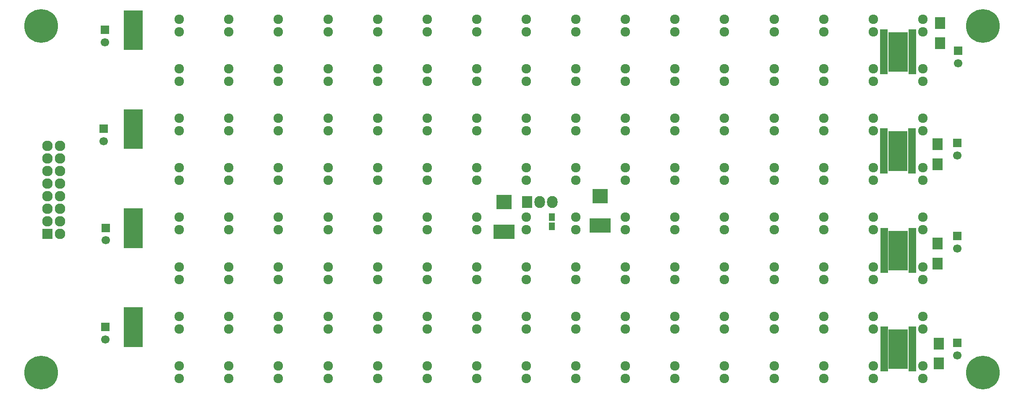
<source format=gbr>
G04 #@! TF.FileFunction,Soldermask,Bot*
%FSLAX46Y46*%
G04 Gerber Fmt 4.6, Leading zero omitted, Abs format (unit mm)*
G04 Created by KiCad (PCBNEW 4.0.4-stable) date Wed Oct 19 09:49:36 2016*
%MOMM*%
%LPD*%
G01*
G04 APERTURE LIST*
%ADD10C,0.100000*%
%ADD11C,1.924000*%
%ADD12R,2.127200X2.127200*%
%ADD13O,2.127200X2.127200*%
%ADD14R,2.100000X2.400000*%
%ADD15R,1.290000X1.500000*%
%ADD16R,1.500000X0.800000*%
%ADD17R,1.700000X1.700000*%
%ADD18C,1.700000*%
%ADD19R,3.100020X2.950160*%
%ADD20R,4.199840X2.950160*%
%ADD21R,1.150000X1.600000*%
%ADD22R,2.127200X2.432000*%
%ADD23O,2.127200X2.432000*%
%ADD24C,6.800000*%
G04 APERTURE END LIST*
D10*
D11*
X211370000Y-99950000D03*
X211370000Y-97410000D03*
X211370000Y-49950000D03*
X211370000Y-47410000D03*
X211370000Y-59950000D03*
X211370000Y-57410000D03*
X211370000Y-69950000D03*
X211370000Y-67410000D03*
X211370000Y-79950000D03*
X211370000Y-77410000D03*
X291370000Y-99950000D03*
X291370000Y-97410000D03*
X231370000Y-79950000D03*
X231370000Y-77410000D03*
D12*
X114790000Y-90780000D03*
D13*
X117330000Y-90780000D03*
X114790000Y-88240000D03*
X117330000Y-88240000D03*
X114790000Y-85700000D03*
X117330000Y-85700000D03*
X114790000Y-83160000D03*
X117330000Y-83160000D03*
X114790000Y-80620000D03*
X117330000Y-80620000D03*
X114790000Y-78080000D03*
X117330000Y-78080000D03*
X114790000Y-75540000D03*
X117330000Y-75540000D03*
X114790000Y-73000000D03*
X117330000Y-73000000D03*
D11*
X151370000Y-109950000D03*
X151370000Y-107410000D03*
X161370000Y-99950000D03*
X161370000Y-97410000D03*
X181370000Y-119950000D03*
X181370000Y-117410000D03*
X171370000Y-119950000D03*
X171370000Y-117410000D03*
X151370000Y-119950000D03*
X151370000Y-117410000D03*
X141370000Y-119950000D03*
X141370000Y-117410000D03*
X181370000Y-109950000D03*
X181370000Y-107410000D03*
X161370000Y-119950000D03*
X161370000Y-117410000D03*
X191370000Y-119950000D03*
X191370000Y-117410000D03*
X201370000Y-119950000D03*
X201370000Y-117410000D03*
X211370000Y-119950000D03*
X211370000Y-117410000D03*
X141370000Y-109950000D03*
X141370000Y-107410000D03*
X161370000Y-109950000D03*
X161370000Y-107410000D03*
X171370000Y-109950000D03*
X171370000Y-107410000D03*
X191370000Y-109950000D03*
X191370000Y-107410000D03*
X201370000Y-109950000D03*
X201370000Y-107410000D03*
X211370000Y-109950000D03*
X211370000Y-107410000D03*
X141370000Y-99950000D03*
X141370000Y-97410000D03*
X151370000Y-99950000D03*
X151370000Y-97410000D03*
X171370000Y-99950000D03*
X171370000Y-97410000D03*
X181370000Y-99950000D03*
X181370000Y-97410000D03*
X191370000Y-99950000D03*
X191370000Y-97410000D03*
X201370000Y-99950000D03*
X201370000Y-97410000D03*
X141370000Y-89950000D03*
X141370000Y-87410000D03*
X151370000Y-89950000D03*
X151370000Y-87410000D03*
X161370000Y-89950000D03*
X161370000Y-87410000D03*
X171370000Y-89950000D03*
X171370000Y-87410000D03*
X181370000Y-89950000D03*
X181370000Y-87410000D03*
X191370000Y-89950000D03*
X191370000Y-87410000D03*
X201370000Y-89950000D03*
X201370000Y-87410000D03*
X211370000Y-89950000D03*
X211370000Y-87410000D03*
X141370000Y-79950000D03*
X141370000Y-77410000D03*
X151370000Y-79950000D03*
X151370000Y-77410000D03*
X161370000Y-79950000D03*
X161370000Y-77410000D03*
X171370000Y-79950000D03*
X171370000Y-77410000D03*
X181370000Y-79950000D03*
X181370000Y-77410000D03*
X191370000Y-79950000D03*
X191370000Y-77410000D03*
X201370000Y-79950000D03*
X201370000Y-77410000D03*
X141370000Y-69950000D03*
X141370000Y-67410000D03*
X151370000Y-69950000D03*
X151370000Y-67410000D03*
X161370000Y-69950000D03*
X161370000Y-67410000D03*
X171370000Y-69950000D03*
X171370000Y-67410000D03*
X181370000Y-69950000D03*
X181370000Y-67410000D03*
X191370000Y-69950000D03*
X191370000Y-67410000D03*
X201370000Y-69950000D03*
X201370000Y-67410000D03*
X141370000Y-59950000D03*
X141370000Y-57410000D03*
X151370000Y-59950000D03*
X151370000Y-57410000D03*
X161370000Y-59950000D03*
X161370000Y-57410000D03*
X171370000Y-59950000D03*
X171370000Y-57410000D03*
X181370000Y-59950000D03*
X181370000Y-57410000D03*
X191370000Y-59950000D03*
X191370000Y-57410000D03*
X201370000Y-59950000D03*
X201370000Y-57410000D03*
X141370000Y-49950000D03*
X141370000Y-47410000D03*
X151370000Y-49950000D03*
X151370000Y-47410000D03*
X161370000Y-49950000D03*
X161370000Y-47410000D03*
X171370000Y-49950000D03*
X171370000Y-47410000D03*
X181370000Y-49950000D03*
X181370000Y-47410000D03*
X191370000Y-49950000D03*
X191370000Y-47410000D03*
X201370000Y-49950000D03*
X201370000Y-47410000D03*
X221370000Y-119950000D03*
X221370000Y-117410000D03*
X231370000Y-119950000D03*
X231370000Y-117410000D03*
X241370000Y-119950000D03*
X241370000Y-117410000D03*
X251370000Y-119950000D03*
X251370000Y-117410000D03*
X261370000Y-119950000D03*
X261370000Y-117410000D03*
X271370000Y-119950000D03*
X271370000Y-117410000D03*
X281370000Y-119950000D03*
X281370000Y-117410000D03*
X291370000Y-119950000D03*
X291370000Y-117410000D03*
X221370000Y-109950000D03*
X221370000Y-107410000D03*
X231370000Y-109950000D03*
X231370000Y-107410000D03*
X241370000Y-109950000D03*
X241370000Y-107410000D03*
X251370000Y-109950000D03*
X251370000Y-107410000D03*
X261370000Y-109950000D03*
X261370000Y-107410000D03*
X271370000Y-109950000D03*
X271370000Y-107410000D03*
X281370000Y-109950000D03*
X281370000Y-107410000D03*
X291370000Y-109950000D03*
X291370000Y-107410000D03*
X221370000Y-99950000D03*
X221370000Y-97410000D03*
X231370000Y-99950000D03*
X231370000Y-97410000D03*
X241370000Y-99950000D03*
X241370000Y-97410000D03*
X251370000Y-99950000D03*
X251370000Y-97410000D03*
X261370000Y-99950000D03*
X261370000Y-97410000D03*
X271370000Y-99950000D03*
X271370000Y-97410000D03*
X281370000Y-99950000D03*
X281370000Y-97410000D03*
X221370000Y-89950000D03*
X221370000Y-87410000D03*
X231370000Y-89950000D03*
X231370000Y-87410000D03*
X241370000Y-89950000D03*
X241370000Y-87410000D03*
X251370000Y-89950000D03*
X251370000Y-87410000D03*
X261370000Y-89950000D03*
X261370000Y-87410000D03*
X271370000Y-89950000D03*
X271370000Y-87410000D03*
X281370000Y-89950000D03*
X281370000Y-87410000D03*
X291370000Y-89950000D03*
X291370000Y-87410000D03*
X221370000Y-79950000D03*
X221370000Y-77410000D03*
X241370000Y-79950000D03*
X241370000Y-77410000D03*
X251370000Y-79950000D03*
X251370000Y-77410000D03*
X261370000Y-79950000D03*
X261370000Y-77410000D03*
X271370000Y-79950000D03*
X271370000Y-77410000D03*
X281370000Y-79950000D03*
X281370000Y-77410000D03*
X291370000Y-79950000D03*
X291370000Y-77410000D03*
X221370000Y-69950000D03*
X221370000Y-67410000D03*
X231370000Y-69950000D03*
X231370000Y-67410000D03*
X241370000Y-69950000D03*
X241370000Y-67410000D03*
X251370000Y-69950000D03*
X251370000Y-67410000D03*
X261370000Y-69950000D03*
X261370000Y-67410000D03*
X271370000Y-69950000D03*
X271370000Y-67410000D03*
X281370000Y-69950000D03*
X281370000Y-67410000D03*
X291370000Y-69950000D03*
X291370000Y-67410000D03*
X221370000Y-59950000D03*
X221370000Y-57410000D03*
X231370000Y-59950000D03*
X231370000Y-57410000D03*
X241370000Y-59950000D03*
X241370000Y-57410000D03*
X251370000Y-59950000D03*
X251370000Y-57410000D03*
X261370000Y-59950000D03*
X261370000Y-57410000D03*
X271370000Y-59950000D03*
X271370000Y-57410000D03*
X281370000Y-59950000D03*
X281370000Y-57410000D03*
X291370000Y-59950000D03*
X291370000Y-57410000D03*
X221370000Y-49950000D03*
X221370000Y-47410000D03*
X231370000Y-49950000D03*
X231370000Y-47410000D03*
X241370000Y-49950000D03*
X241370000Y-47410000D03*
X251370000Y-49950000D03*
X251370000Y-47410000D03*
X261370000Y-49950000D03*
X261370000Y-47410000D03*
X271370000Y-49950000D03*
X271370000Y-47410000D03*
X281370000Y-49950000D03*
X281370000Y-47410000D03*
X291370000Y-49950000D03*
X291370000Y-47410000D03*
D14*
X294640000Y-116935000D03*
X294640000Y-112935000D03*
X294386000Y-96742000D03*
X294386000Y-92742000D03*
X294386000Y-76676000D03*
X294386000Y-72676000D03*
X294863520Y-48210720D03*
X294863520Y-52210720D03*
D15*
X131652000Y-112858750D03*
X131652000Y-110699750D03*
X131652000Y-111756000D03*
X131652000Y-107438000D03*
X131652000Y-106381750D03*
X131652000Y-108540750D03*
X131652000Y-109597000D03*
X130763000Y-109597000D03*
X130763000Y-108540750D03*
X130763000Y-106381750D03*
X130763000Y-107438000D03*
X130763000Y-111756000D03*
X130763000Y-110699750D03*
X130763000Y-112858750D03*
X132541000Y-112858750D03*
X132541000Y-110699750D03*
X132541000Y-111756000D03*
X132541000Y-107438000D03*
X132541000Y-106381750D03*
X132541000Y-108540750D03*
X132541000Y-109597000D03*
X133430000Y-109597000D03*
X133430000Y-108540750D03*
X133430000Y-106381750D03*
X133430000Y-107438000D03*
X133430000Y-111756000D03*
X133430000Y-110699750D03*
X133430000Y-112858750D03*
X131652000Y-92838750D03*
X131652000Y-90679750D03*
X131652000Y-91736000D03*
X131652000Y-87418000D03*
X131652000Y-86361750D03*
X131652000Y-88520750D03*
X131652000Y-89577000D03*
X130763000Y-89577000D03*
X130763000Y-88520750D03*
X130763000Y-86361750D03*
X130763000Y-87418000D03*
X130763000Y-91736000D03*
X130763000Y-90679750D03*
X130763000Y-92838750D03*
X132541000Y-92838750D03*
X132541000Y-90679750D03*
X132541000Y-91736000D03*
X132541000Y-87418000D03*
X132541000Y-86361750D03*
X132541000Y-88520750D03*
X132541000Y-89577000D03*
X133430000Y-89577000D03*
X133430000Y-88520750D03*
X133430000Y-86361750D03*
X133430000Y-87418000D03*
X133430000Y-91736000D03*
X133430000Y-90679750D03*
X133430000Y-92838750D03*
X131652000Y-52862250D03*
X131652000Y-50703250D03*
X131652000Y-51759500D03*
X131652000Y-47441500D03*
X131652000Y-46385250D03*
X131652000Y-48544250D03*
X131652000Y-49600500D03*
X130763000Y-49600500D03*
X130763000Y-48544250D03*
X130763000Y-46385250D03*
X130763000Y-47441500D03*
X130763000Y-51759500D03*
X130763000Y-50703250D03*
X130763000Y-52862250D03*
X132541000Y-52862250D03*
X132541000Y-50703250D03*
X132541000Y-51759500D03*
X132541000Y-47441500D03*
X132541000Y-46385250D03*
X132541000Y-48544250D03*
X132541000Y-49600500D03*
X133430000Y-49600500D03*
X133430000Y-48544250D03*
X133430000Y-46385250D03*
X133430000Y-47441500D03*
X133430000Y-51759500D03*
X133430000Y-50703250D03*
X133430000Y-52862250D03*
X286838000Y-117268750D03*
X286838000Y-115109750D03*
X286838000Y-116166000D03*
X286838000Y-111848000D03*
X286838000Y-110791750D03*
X286838000Y-112950750D03*
X286838000Y-114007000D03*
X287727000Y-114007000D03*
X287727000Y-112950750D03*
X287727000Y-110791750D03*
X287727000Y-111848000D03*
X287727000Y-116166000D03*
X287727000Y-115109750D03*
X287727000Y-117268750D03*
X285949000Y-117268750D03*
X285949000Y-115109750D03*
X285949000Y-116166000D03*
X285949000Y-111848000D03*
X285949000Y-110791750D03*
X285949000Y-112950750D03*
X285949000Y-114007000D03*
X285060000Y-114007000D03*
X285060000Y-112950750D03*
X285060000Y-110791750D03*
X285060000Y-111848000D03*
X285060000Y-116166000D03*
X285060000Y-115109750D03*
X285060000Y-117268750D03*
D16*
X283560000Y-118225000D03*
X283560000Y-117575000D03*
X283560000Y-116925000D03*
X283560000Y-116275000D03*
X283560000Y-115625000D03*
X283560000Y-114975000D03*
X283560000Y-114325000D03*
X283560000Y-113675000D03*
X283560000Y-113025000D03*
X283560000Y-112375000D03*
X283560000Y-111725000D03*
X283560000Y-111075000D03*
X283560000Y-110425000D03*
X283560000Y-109775000D03*
X289260000Y-109775000D03*
X289260000Y-110425000D03*
X289260000Y-111075000D03*
X289260000Y-111725000D03*
X289260000Y-112375000D03*
X289260000Y-113025000D03*
X289260000Y-113675000D03*
X289260000Y-114325000D03*
X289260000Y-114975000D03*
X289260000Y-115625000D03*
X289260000Y-116275000D03*
X289260000Y-116925000D03*
X289260000Y-117575000D03*
X289260000Y-118225000D03*
D15*
X286838000Y-97368750D03*
X286838000Y-95209750D03*
X286838000Y-96266000D03*
X286838000Y-91948000D03*
X286838000Y-90891750D03*
X286838000Y-93050750D03*
X286838000Y-94107000D03*
X287727000Y-94107000D03*
X287727000Y-93050750D03*
X287727000Y-90891750D03*
X287727000Y-91948000D03*
X287727000Y-96266000D03*
X287727000Y-95209750D03*
X287727000Y-97368750D03*
X285949000Y-97368750D03*
X285949000Y-95209750D03*
X285949000Y-96266000D03*
X285949000Y-91948000D03*
X285949000Y-90891750D03*
X285949000Y-93050750D03*
X285949000Y-94107000D03*
X285060000Y-94107000D03*
X285060000Y-93050750D03*
X285060000Y-90891750D03*
X285060000Y-91948000D03*
X285060000Y-96266000D03*
X285060000Y-95209750D03*
X285060000Y-97368750D03*
D16*
X283560000Y-98325000D03*
X283560000Y-97675000D03*
X283560000Y-97025000D03*
X283560000Y-96375000D03*
X283560000Y-95725000D03*
X283560000Y-95075000D03*
X283560000Y-94425000D03*
X283560000Y-93775000D03*
X283560000Y-93125000D03*
X283560000Y-92475000D03*
X283560000Y-91825000D03*
X283560000Y-91175000D03*
X283560000Y-90525000D03*
X283560000Y-89875000D03*
X289260000Y-89875000D03*
X289260000Y-90525000D03*
X289260000Y-91175000D03*
X289260000Y-91825000D03*
X289260000Y-92475000D03*
X289260000Y-93125000D03*
X289260000Y-93775000D03*
X289260000Y-94425000D03*
X289260000Y-95075000D03*
X289260000Y-95725000D03*
X289260000Y-96375000D03*
X289260000Y-97025000D03*
X289260000Y-97675000D03*
X289260000Y-98325000D03*
D15*
X286798000Y-77278750D03*
X286798000Y-75119750D03*
X286798000Y-76176000D03*
X286798000Y-71858000D03*
X286798000Y-70801750D03*
X286798000Y-72960750D03*
X286798000Y-74017000D03*
X287687000Y-74017000D03*
X287687000Y-72960750D03*
X287687000Y-70801750D03*
X287687000Y-71858000D03*
X287687000Y-76176000D03*
X287687000Y-75119750D03*
X287687000Y-77278750D03*
X285909000Y-77278750D03*
X285909000Y-75119750D03*
X285909000Y-76176000D03*
X285909000Y-71858000D03*
X285909000Y-70801750D03*
X285909000Y-72960750D03*
X285909000Y-74017000D03*
X285020000Y-74017000D03*
X285020000Y-72960750D03*
X285020000Y-70801750D03*
X285020000Y-71858000D03*
X285020000Y-76176000D03*
X285020000Y-75119750D03*
X285020000Y-77278750D03*
D16*
X283520000Y-78235000D03*
X283520000Y-77585000D03*
X283520000Y-76935000D03*
X283520000Y-76285000D03*
X283520000Y-75635000D03*
X283520000Y-74985000D03*
X283520000Y-74335000D03*
X283520000Y-73685000D03*
X283520000Y-73035000D03*
X283520000Y-72385000D03*
X283520000Y-71735000D03*
X283520000Y-71085000D03*
X283520000Y-70435000D03*
X283520000Y-69785000D03*
X289220000Y-69785000D03*
X289220000Y-70435000D03*
X289220000Y-71085000D03*
X289220000Y-71735000D03*
X289220000Y-72385000D03*
X289220000Y-73035000D03*
X289220000Y-73685000D03*
X289220000Y-74335000D03*
X289220000Y-74985000D03*
X289220000Y-75635000D03*
X289220000Y-76285000D03*
X289220000Y-76935000D03*
X289220000Y-77585000D03*
X289220000Y-78235000D03*
D15*
X286813000Y-57243750D03*
X286813000Y-55084750D03*
X286813000Y-56141000D03*
X286813000Y-51823000D03*
X286813000Y-50766750D03*
X286813000Y-52925750D03*
X286813000Y-53982000D03*
X287702000Y-53982000D03*
X287702000Y-52925750D03*
X287702000Y-50766750D03*
X287702000Y-51823000D03*
X287702000Y-56141000D03*
X287702000Y-55084750D03*
X287702000Y-57243750D03*
X285924000Y-57243750D03*
X285924000Y-55084750D03*
X285924000Y-56141000D03*
X285924000Y-51823000D03*
X285924000Y-50766750D03*
X285924000Y-52925750D03*
X285924000Y-53982000D03*
X285035000Y-53982000D03*
X285035000Y-52925750D03*
X285035000Y-50766750D03*
X285035000Y-51823000D03*
X285035000Y-56141000D03*
X285035000Y-55084750D03*
X285035000Y-57243750D03*
D16*
X283535000Y-58200000D03*
X283535000Y-57550000D03*
X283535000Y-56900000D03*
X283535000Y-56250000D03*
X283535000Y-55600000D03*
X283535000Y-54950000D03*
X283535000Y-54300000D03*
X283535000Y-53650000D03*
X283535000Y-53000000D03*
X283535000Y-52350000D03*
X283535000Y-51700000D03*
X283535000Y-51050000D03*
X283535000Y-50400000D03*
X283535000Y-49750000D03*
X289235000Y-49750000D03*
X289235000Y-50400000D03*
X289235000Y-51050000D03*
X289235000Y-51700000D03*
X289235000Y-52350000D03*
X289235000Y-53000000D03*
X289235000Y-53650000D03*
X289235000Y-54300000D03*
X289235000Y-54950000D03*
X289235000Y-55600000D03*
X289235000Y-56250000D03*
X289235000Y-56900000D03*
X289235000Y-57550000D03*
X289235000Y-58200000D03*
D15*
X131652000Y-72848750D03*
X131652000Y-70689750D03*
X131652000Y-71746000D03*
X131652000Y-67428000D03*
X131652000Y-66371750D03*
X131652000Y-68530750D03*
X131652000Y-69587000D03*
X130763000Y-69587000D03*
X130763000Y-68530750D03*
X130763000Y-66371750D03*
X130763000Y-67428000D03*
X130763000Y-71746000D03*
X130763000Y-70689750D03*
X130763000Y-72848750D03*
X132541000Y-72848750D03*
X132541000Y-70689750D03*
X132541000Y-71746000D03*
X132541000Y-67428000D03*
X132541000Y-66371750D03*
X132541000Y-68530750D03*
X132541000Y-69587000D03*
X133430000Y-69587000D03*
X133430000Y-68530750D03*
X133430000Y-66371750D03*
X133430000Y-67428000D03*
X133430000Y-71746000D03*
X133430000Y-70689750D03*
X133430000Y-72848750D03*
D17*
X126431040Y-109560360D03*
D18*
X126431040Y-112060360D03*
D19*
X226314000Y-83106260D03*
D20*
X226314000Y-89105740D03*
D17*
X126542800Y-89535000D03*
D18*
X126542800Y-92035000D03*
D17*
X126120000Y-69550000D03*
D18*
X126120000Y-72050000D03*
D17*
X126365000Y-49555400D03*
D18*
X126365000Y-52055400D03*
D17*
X298323000Y-112776000D03*
D18*
X298323000Y-115276000D03*
D17*
X298323000Y-91186000D03*
D18*
X298323000Y-93686000D03*
D17*
X298323000Y-72390000D03*
D18*
X298323000Y-74890000D03*
D19*
X206870000Y-84340260D03*
D20*
X206870000Y-90339740D03*
D21*
X216520000Y-87350000D03*
X216520000Y-89250000D03*
D17*
X298510000Y-53780000D03*
D18*
X298510000Y-56280000D03*
D22*
X211510000Y-84290000D03*
D23*
X214050000Y-84290000D03*
X216590000Y-84290000D03*
D24*
X113520000Y-48800000D03*
X113520000Y-118800000D03*
X303520000Y-118800000D03*
X303520000Y-48800000D03*
M02*

</source>
